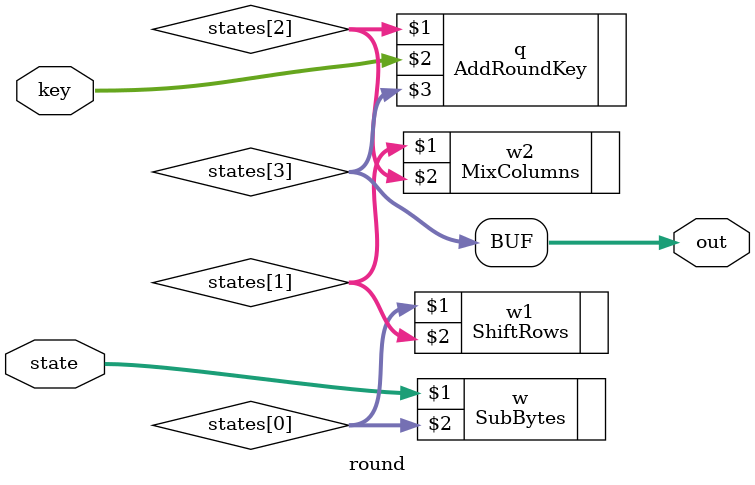
<source format=v>
module round(input[127:0] state, input [127:0] key ,output wire[127:0] out);
wire[127:0]states[3:0];
SubBytes w(state,states[0]);
ShiftRows w1(states[0],states[1]);
MixColumns w2(states[1],states[2]);
AddRoundKey q(states[2],key,states[3]);
assign out=states[3];
//wire [6:0]out_deoder[2:0];
//wire [11:0]out_endoer;
//Encoder w25(states[3][7:0],out_endoer);
//Decoder w7(out_endoer,out_deoder[0],out_deoder[1],out_deoder[2]);
endmodule

</source>
